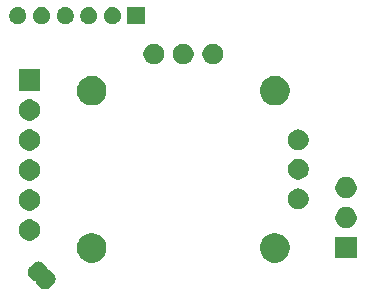
<source format=gbr>
G04 #@! TF.GenerationSoftware,KiCad,Pcbnew,(5.1.6-0-10_14)*
G04 #@! TF.CreationDate,2020-11-17T18:44:15+01:00*
G04 #@! TF.ProjectId,ProStick64_PCB_v6,50726f53-7469-4636-9b36-345f5043425f,rev?*
G04 #@! TF.SameCoordinates,Original*
G04 #@! TF.FileFunction,Soldermask,Top*
G04 #@! TF.FilePolarity,Negative*
%FSLAX46Y46*%
G04 Gerber Fmt 4.6, Leading zero omitted, Abs format (unit mm)*
G04 Created by KiCad (PCBNEW (5.1.6-0-10_14)) date 2020-11-17 18:44:15*
%MOMM*%
%LPD*%
G01*
G04 APERTURE LIST*
%ADD10C,0.100000*%
G04 APERTURE END LIST*
D10*
G36*
X133822686Y-82856735D02*
G01*
X133906772Y-82873461D01*
X133912679Y-82875253D01*
X133912680Y-82875253D01*
X133922294Y-82878169D01*
X133922297Y-82878170D01*
X133928194Y-82879959D01*
X134007413Y-82912774D01*
X134012845Y-82915677D01*
X134012849Y-82915679D01*
X134016971Y-82917883D01*
X134027146Y-82923321D01*
X134098438Y-82970957D01*
X134103206Y-82974870D01*
X134110973Y-82981243D01*
X134110977Y-82981247D01*
X134115744Y-82985159D01*
X134128763Y-82998179D01*
X134137859Y-83006423D01*
X134152096Y-83018106D01*
X134496968Y-83362978D01*
X134507255Y-83375513D01*
X134511993Y-83384377D01*
X134514908Y-83393986D01*
X134515892Y-83403985D01*
X134514316Y-83419995D01*
X134511882Y-83432228D01*
X134511882Y-83456733D01*
X134516662Y-83480766D01*
X134526039Y-83503405D01*
X134539652Y-83523780D01*
X134556979Y-83541107D01*
X134577353Y-83554721D01*
X134599991Y-83564099D01*
X134624024Y-83568880D01*
X134648529Y-83568880D01*
X134660762Y-83566447D01*
X134676777Y-83564870D01*
X134686776Y-83565854D01*
X134696385Y-83568769D01*
X134705249Y-83573507D01*
X134717784Y-83583794D01*
X135062656Y-83928666D01*
X135074339Y-83942903D01*
X135082583Y-83951999D01*
X135095603Y-83965018D01*
X135099515Y-83969785D01*
X135099519Y-83969789D01*
X135104584Y-83975962D01*
X135109805Y-83982324D01*
X135157441Y-84053616D01*
X135167988Y-84073349D01*
X135200803Y-84152568D01*
X135207301Y-84173990D01*
X135224027Y-84258076D01*
X135226221Y-84280355D01*
X135226221Y-84366091D01*
X135224027Y-84388370D01*
X135207301Y-84472457D01*
X135200803Y-84493881D01*
X135167991Y-84573093D01*
X135157439Y-84592835D01*
X135109805Y-84664123D01*
X135095608Y-84681423D01*
X135082578Y-84694453D01*
X135074338Y-84703545D01*
X135062653Y-84717784D01*
X134717784Y-85062653D01*
X134703545Y-85074338D01*
X134694453Y-85082578D01*
X134681423Y-85095608D01*
X134664123Y-85109805D01*
X134592835Y-85157439D01*
X134573093Y-85167991D01*
X134493881Y-85200803D01*
X134472457Y-85207301D01*
X134388370Y-85224027D01*
X134366091Y-85226221D01*
X134280355Y-85226221D01*
X134258076Y-85224027D01*
X134173990Y-85207301D01*
X134168082Y-85205509D01*
X134158468Y-85202593D01*
X134158465Y-85202592D01*
X134152568Y-85200803D01*
X134073349Y-85167988D01*
X134067917Y-85165085D01*
X134067913Y-85165083D01*
X134063791Y-85162879D01*
X134053616Y-85157441D01*
X133982324Y-85109805D01*
X133975962Y-85104584D01*
X133969789Y-85099519D01*
X133969785Y-85099515D01*
X133965018Y-85095603D01*
X133951999Y-85082583D01*
X133942903Y-85074339D01*
X133928666Y-85062656D01*
X133583794Y-84717784D01*
X133573507Y-84705249D01*
X133568769Y-84696385D01*
X133565854Y-84686776D01*
X133564870Y-84676777D01*
X133566446Y-84660767D01*
X133568880Y-84648534D01*
X133568880Y-84624029D01*
X133564100Y-84599996D01*
X133554723Y-84577357D01*
X133541110Y-84556982D01*
X133523783Y-84539655D01*
X133503409Y-84526041D01*
X133480771Y-84516663D01*
X133456738Y-84511882D01*
X133432233Y-84511882D01*
X133420000Y-84514315D01*
X133403985Y-84515892D01*
X133393986Y-84514908D01*
X133384377Y-84511993D01*
X133375513Y-84507255D01*
X133362978Y-84496968D01*
X133018106Y-84152096D01*
X133006423Y-84137859D01*
X132998179Y-84128763D01*
X132985159Y-84115744D01*
X132981247Y-84110977D01*
X132981243Y-84110973D01*
X132974870Y-84103206D01*
X132970957Y-84098438D01*
X132923321Y-84027146D01*
X132912774Y-84007413D01*
X132879959Y-83928194D01*
X132873461Y-83906772D01*
X132856735Y-83822686D01*
X132854541Y-83800407D01*
X132854541Y-83714671D01*
X132856735Y-83692392D01*
X132873461Y-83608305D01*
X132879959Y-83586881D01*
X132912771Y-83507669D01*
X132923323Y-83487927D01*
X132970957Y-83416639D01*
X132985154Y-83399339D01*
X132998184Y-83386309D01*
X133006424Y-83377217D01*
X133018109Y-83362978D01*
X133362978Y-83018109D01*
X133377217Y-83006424D01*
X133386309Y-82998184D01*
X133399339Y-82985154D01*
X133416639Y-82970957D01*
X133487927Y-82923323D01*
X133507669Y-82912771D01*
X133586881Y-82879959D01*
X133608305Y-82873461D01*
X133692392Y-82856735D01*
X133714671Y-82854541D01*
X133800407Y-82854541D01*
X133822686Y-82856735D01*
G37*
G36*
X154139903Y-80506075D02*
G01*
X154367571Y-80600378D01*
X154572466Y-80737285D01*
X154746715Y-80911534D01*
X154883622Y-81116429D01*
X154977925Y-81344097D01*
X155026000Y-81585787D01*
X155026000Y-81832213D01*
X154977925Y-82073903D01*
X154883622Y-82301571D01*
X154746715Y-82506466D01*
X154572466Y-82680715D01*
X154367571Y-82817622D01*
X154367570Y-82817623D01*
X154367569Y-82817623D01*
X154139903Y-82911925D01*
X153898214Y-82960000D01*
X153651786Y-82960000D01*
X153410097Y-82911925D01*
X153182431Y-82817623D01*
X153182430Y-82817623D01*
X153182429Y-82817622D01*
X152977534Y-82680715D01*
X152803285Y-82506466D01*
X152666378Y-82301571D01*
X152572075Y-82073903D01*
X152524000Y-81832213D01*
X152524000Y-81585787D01*
X152572075Y-81344097D01*
X152666378Y-81116429D01*
X152803285Y-80911534D01*
X152977534Y-80737285D01*
X153182429Y-80600378D01*
X153410097Y-80506075D01*
X153651786Y-80458000D01*
X153898214Y-80458000D01*
X154139903Y-80506075D01*
G37*
G36*
X138639903Y-80506075D02*
G01*
X138867571Y-80600378D01*
X139072466Y-80737285D01*
X139246715Y-80911534D01*
X139383622Y-81116429D01*
X139477925Y-81344097D01*
X139526000Y-81585787D01*
X139526000Y-81832213D01*
X139477925Y-82073903D01*
X139383622Y-82301571D01*
X139246715Y-82506466D01*
X139072466Y-82680715D01*
X138867571Y-82817622D01*
X138867570Y-82817623D01*
X138867569Y-82817623D01*
X138639903Y-82911925D01*
X138398214Y-82960000D01*
X138151786Y-82960000D01*
X137910097Y-82911925D01*
X137682431Y-82817623D01*
X137682430Y-82817623D01*
X137682429Y-82817622D01*
X137477534Y-82680715D01*
X137303285Y-82506466D01*
X137166378Y-82301571D01*
X137072075Y-82073903D01*
X137024000Y-81832213D01*
X137024000Y-81585787D01*
X137072075Y-81344097D01*
X137166378Y-81116429D01*
X137303285Y-80911534D01*
X137477534Y-80737285D01*
X137682429Y-80600378D01*
X137910097Y-80506075D01*
X138151786Y-80458000D01*
X138398214Y-80458000D01*
X138639903Y-80506075D01*
G37*
G36*
X160701000Y-82601000D02*
G01*
X158899000Y-82601000D01*
X158899000Y-80799000D01*
X160701000Y-80799000D01*
X160701000Y-82601000D01*
G37*
G36*
X133113512Y-79303927D02*
G01*
X133262812Y-79333624D01*
X133426784Y-79401544D01*
X133574354Y-79500147D01*
X133699853Y-79625646D01*
X133798456Y-79773216D01*
X133866376Y-79937188D01*
X133901000Y-80111259D01*
X133901000Y-80288741D01*
X133866376Y-80462812D01*
X133798456Y-80626784D01*
X133699853Y-80774354D01*
X133574354Y-80899853D01*
X133426784Y-80998456D01*
X133262812Y-81066376D01*
X133113512Y-81096073D01*
X133088742Y-81101000D01*
X132911258Y-81101000D01*
X132886488Y-81096073D01*
X132737188Y-81066376D01*
X132573216Y-80998456D01*
X132425646Y-80899853D01*
X132300147Y-80774354D01*
X132201544Y-80626784D01*
X132133624Y-80462812D01*
X132099000Y-80288741D01*
X132099000Y-80111259D01*
X132133624Y-79937188D01*
X132201544Y-79773216D01*
X132300147Y-79625646D01*
X132425646Y-79500147D01*
X132573216Y-79401544D01*
X132737188Y-79333624D01*
X132886488Y-79303927D01*
X132911258Y-79299000D01*
X133088742Y-79299000D01*
X133113512Y-79303927D01*
G37*
G36*
X159913512Y-78263927D02*
G01*
X160062812Y-78293624D01*
X160226784Y-78361544D01*
X160374354Y-78460147D01*
X160499853Y-78585646D01*
X160598456Y-78733216D01*
X160666376Y-78897188D01*
X160701000Y-79071259D01*
X160701000Y-79248741D01*
X160666376Y-79422812D01*
X160598456Y-79586784D01*
X160499853Y-79734354D01*
X160374354Y-79859853D01*
X160226784Y-79958456D01*
X160062812Y-80026376D01*
X159913512Y-80056073D01*
X159888742Y-80061000D01*
X159711258Y-80061000D01*
X159686488Y-80056073D01*
X159537188Y-80026376D01*
X159373216Y-79958456D01*
X159225646Y-79859853D01*
X159100147Y-79734354D01*
X159001544Y-79586784D01*
X158933624Y-79422812D01*
X158899000Y-79248741D01*
X158899000Y-79071259D01*
X158933624Y-78897188D01*
X159001544Y-78733216D01*
X159100147Y-78585646D01*
X159225646Y-78460147D01*
X159373216Y-78361544D01*
X159537188Y-78293624D01*
X159686488Y-78263927D01*
X159711258Y-78259000D01*
X159888742Y-78259000D01*
X159913512Y-78263927D01*
G37*
G36*
X133113512Y-76763927D02*
G01*
X133262812Y-76793624D01*
X133426784Y-76861544D01*
X133574354Y-76960147D01*
X133699853Y-77085646D01*
X133798456Y-77233216D01*
X133866376Y-77397188D01*
X133901000Y-77571259D01*
X133901000Y-77748741D01*
X133866376Y-77922812D01*
X133798456Y-78086784D01*
X133699853Y-78234354D01*
X133574354Y-78359853D01*
X133426784Y-78458456D01*
X133262812Y-78526376D01*
X133113512Y-78556073D01*
X133088742Y-78561000D01*
X132911258Y-78561000D01*
X132886488Y-78556073D01*
X132737188Y-78526376D01*
X132573216Y-78458456D01*
X132425646Y-78359853D01*
X132300147Y-78234354D01*
X132201544Y-78086784D01*
X132133624Y-77922812D01*
X132099000Y-77748741D01*
X132099000Y-77571259D01*
X132133624Y-77397188D01*
X132201544Y-77233216D01*
X132300147Y-77085646D01*
X132425646Y-76960147D01*
X132573216Y-76861544D01*
X132737188Y-76793624D01*
X132886488Y-76763927D01*
X132911258Y-76759000D01*
X133088742Y-76759000D01*
X133113512Y-76763927D01*
G37*
G36*
X155945899Y-76699832D02*
G01*
X156030520Y-76716664D01*
X156189942Y-76782699D01*
X156333418Y-76878566D01*
X156455434Y-77000582D01*
X156551301Y-77144058D01*
X156617336Y-77303480D01*
X156651000Y-77472721D01*
X156651000Y-77645279D01*
X156617336Y-77814520D01*
X156551301Y-77973942D01*
X156455434Y-78117418D01*
X156333418Y-78239434D01*
X156189942Y-78335301D01*
X156030520Y-78401336D01*
X155945899Y-78418168D01*
X155861280Y-78435000D01*
X155688720Y-78435000D01*
X155604101Y-78418168D01*
X155519480Y-78401336D01*
X155360058Y-78335301D01*
X155216582Y-78239434D01*
X155094566Y-78117418D01*
X154998699Y-77973942D01*
X154932664Y-77814520D01*
X154899000Y-77645279D01*
X154899000Y-77472721D01*
X154932664Y-77303480D01*
X154998699Y-77144058D01*
X155094566Y-77000582D01*
X155216582Y-76878566D01*
X155360058Y-76782699D01*
X155519480Y-76716664D01*
X155604101Y-76699832D01*
X155688720Y-76683000D01*
X155861280Y-76683000D01*
X155945899Y-76699832D01*
G37*
G36*
X159913512Y-75723927D02*
G01*
X160062812Y-75753624D01*
X160226784Y-75821544D01*
X160374354Y-75920147D01*
X160499853Y-76045646D01*
X160598456Y-76193216D01*
X160666376Y-76357188D01*
X160701000Y-76531259D01*
X160701000Y-76708741D01*
X160666376Y-76882812D01*
X160598456Y-77046784D01*
X160499853Y-77194354D01*
X160374354Y-77319853D01*
X160226784Y-77418456D01*
X160062812Y-77486376D01*
X159913512Y-77516073D01*
X159888742Y-77521000D01*
X159711258Y-77521000D01*
X159686488Y-77516073D01*
X159537188Y-77486376D01*
X159373216Y-77418456D01*
X159225646Y-77319853D01*
X159100147Y-77194354D01*
X159001544Y-77046784D01*
X158933624Y-76882812D01*
X158899000Y-76708741D01*
X158899000Y-76531259D01*
X158933624Y-76357188D01*
X159001544Y-76193216D01*
X159100147Y-76045646D01*
X159225646Y-75920147D01*
X159373216Y-75821544D01*
X159537188Y-75753624D01*
X159686488Y-75723927D01*
X159711258Y-75719000D01*
X159888742Y-75719000D01*
X159913512Y-75723927D01*
G37*
G36*
X133113512Y-74223927D02*
G01*
X133262812Y-74253624D01*
X133426784Y-74321544D01*
X133574354Y-74420147D01*
X133699853Y-74545646D01*
X133798456Y-74693216D01*
X133866376Y-74857188D01*
X133901000Y-75031259D01*
X133901000Y-75208741D01*
X133866376Y-75382812D01*
X133798456Y-75546784D01*
X133699853Y-75694354D01*
X133574354Y-75819853D01*
X133426784Y-75918456D01*
X133262812Y-75986376D01*
X133113512Y-76016073D01*
X133088742Y-76021000D01*
X132911258Y-76021000D01*
X132886488Y-76016073D01*
X132737188Y-75986376D01*
X132573216Y-75918456D01*
X132425646Y-75819853D01*
X132300147Y-75694354D01*
X132201544Y-75546784D01*
X132133624Y-75382812D01*
X132099000Y-75208741D01*
X132099000Y-75031259D01*
X132133624Y-74857188D01*
X132201544Y-74693216D01*
X132300147Y-74545646D01*
X132425646Y-74420147D01*
X132573216Y-74321544D01*
X132737188Y-74253624D01*
X132886488Y-74223927D01*
X132911258Y-74219000D01*
X133088742Y-74219000D01*
X133113512Y-74223927D01*
G37*
G36*
X156030520Y-74216664D02*
G01*
X156189942Y-74282699D01*
X156333418Y-74378566D01*
X156455434Y-74500582D01*
X156551301Y-74644058D01*
X156617336Y-74803480D01*
X156617336Y-74803481D01*
X156651000Y-74972720D01*
X156651000Y-75145280D01*
X156617336Y-75314520D01*
X156551301Y-75473942D01*
X156455434Y-75617418D01*
X156333418Y-75739434D01*
X156189942Y-75835301D01*
X156030520Y-75901336D01*
X155861280Y-75935000D01*
X155688720Y-75935000D01*
X155519480Y-75901336D01*
X155360058Y-75835301D01*
X155216582Y-75739434D01*
X155094566Y-75617418D01*
X154998699Y-75473942D01*
X154932664Y-75314520D01*
X154899000Y-75145280D01*
X154899000Y-74972720D01*
X154932664Y-74803481D01*
X154932664Y-74803480D01*
X154998699Y-74644058D01*
X155094566Y-74500582D01*
X155216582Y-74378566D01*
X155360058Y-74282699D01*
X155519480Y-74216664D01*
X155688720Y-74183000D01*
X155861280Y-74183000D01*
X156030520Y-74216664D01*
G37*
G36*
X133108851Y-71683000D02*
G01*
X133262812Y-71713624D01*
X133426784Y-71781544D01*
X133574354Y-71880147D01*
X133699853Y-72005646D01*
X133798456Y-72153216D01*
X133866376Y-72317188D01*
X133896073Y-72466488D01*
X133897313Y-72472720D01*
X133901000Y-72491259D01*
X133901000Y-72668741D01*
X133866376Y-72842812D01*
X133798456Y-73006784D01*
X133699853Y-73154354D01*
X133574354Y-73279853D01*
X133426784Y-73378456D01*
X133262812Y-73446376D01*
X133113512Y-73476073D01*
X133088742Y-73481000D01*
X132911258Y-73481000D01*
X132886488Y-73476073D01*
X132737188Y-73446376D01*
X132573216Y-73378456D01*
X132425646Y-73279853D01*
X132300147Y-73154354D01*
X132201544Y-73006784D01*
X132133624Y-72842812D01*
X132099000Y-72668741D01*
X132099000Y-72491259D01*
X132102688Y-72472720D01*
X132103927Y-72466488D01*
X132133624Y-72317188D01*
X132201544Y-72153216D01*
X132300147Y-72005646D01*
X132425646Y-71880147D01*
X132573216Y-71781544D01*
X132737188Y-71713624D01*
X132891149Y-71683000D01*
X132911258Y-71679000D01*
X133088742Y-71679000D01*
X133108851Y-71683000D01*
G37*
G36*
X155945899Y-71699832D02*
G01*
X156030520Y-71716664D01*
X156189942Y-71782699D01*
X156333418Y-71878566D01*
X156455434Y-72000582D01*
X156551301Y-72144058D01*
X156617336Y-72303480D01*
X156651000Y-72472721D01*
X156651000Y-72645279D01*
X156617336Y-72814520D01*
X156551301Y-72973942D01*
X156455434Y-73117418D01*
X156333418Y-73239434D01*
X156189942Y-73335301D01*
X156030520Y-73401336D01*
X155945899Y-73418168D01*
X155861280Y-73435000D01*
X155688720Y-73435000D01*
X155604101Y-73418168D01*
X155519480Y-73401336D01*
X155360058Y-73335301D01*
X155216582Y-73239434D01*
X155094566Y-73117418D01*
X154998699Y-72973942D01*
X154932664Y-72814520D01*
X154899000Y-72645279D01*
X154899000Y-72472721D01*
X154932664Y-72303480D01*
X154998699Y-72144058D01*
X155094566Y-72000582D01*
X155216582Y-71878566D01*
X155360058Y-71782699D01*
X155519480Y-71716664D01*
X155604101Y-71699832D01*
X155688720Y-71683000D01*
X155861280Y-71683000D01*
X155945899Y-71699832D01*
G37*
G36*
X133113512Y-69143927D02*
G01*
X133262812Y-69173624D01*
X133426784Y-69241544D01*
X133574354Y-69340147D01*
X133699853Y-69465646D01*
X133798456Y-69613216D01*
X133866376Y-69777188D01*
X133901000Y-69951259D01*
X133901000Y-70128741D01*
X133866376Y-70302812D01*
X133798456Y-70466784D01*
X133699853Y-70614354D01*
X133574354Y-70739853D01*
X133426784Y-70838456D01*
X133262812Y-70906376D01*
X133113512Y-70936073D01*
X133088742Y-70941000D01*
X132911258Y-70941000D01*
X132886488Y-70936073D01*
X132737188Y-70906376D01*
X132573216Y-70838456D01*
X132425646Y-70739853D01*
X132300147Y-70614354D01*
X132201544Y-70466784D01*
X132133624Y-70302812D01*
X132099000Y-70128741D01*
X132099000Y-69951259D01*
X132133624Y-69777188D01*
X132201544Y-69613216D01*
X132300147Y-69465646D01*
X132425646Y-69340147D01*
X132573216Y-69241544D01*
X132737188Y-69173624D01*
X132886488Y-69143927D01*
X132911258Y-69139000D01*
X133088742Y-69139000D01*
X133113512Y-69143927D01*
G37*
G36*
X138639903Y-67206075D02*
G01*
X138867571Y-67300378D01*
X139072466Y-67437285D01*
X139246715Y-67611534D01*
X139383622Y-67816429D01*
X139477925Y-68044097D01*
X139526000Y-68285787D01*
X139526000Y-68532213D01*
X139477925Y-68773903D01*
X139383622Y-69001571D01*
X139246715Y-69206466D01*
X139072466Y-69380715D01*
X138867571Y-69517622D01*
X138867570Y-69517623D01*
X138867569Y-69517623D01*
X138639903Y-69611925D01*
X138398214Y-69660000D01*
X138151786Y-69660000D01*
X137910097Y-69611925D01*
X137682431Y-69517623D01*
X137682430Y-69517623D01*
X137682429Y-69517622D01*
X137477534Y-69380715D01*
X137303285Y-69206466D01*
X137166378Y-69001571D01*
X137072075Y-68773903D01*
X137024000Y-68532213D01*
X137024000Y-68285787D01*
X137072075Y-68044097D01*
X137166378Y-67816429D01*
X137303285Y-67611534D01*
X137477534Y-67437285D01*
X137682429Y-67300378D01*
X137910097Y-67206075D01*
X138151786Y-67158000D01*
X138398214Y-67158000D01*
X138639903Y-67206075D01*
G37*
G36*
X154139903Y-67206075D02*
G01*
X154367571Y-67300378D01*
X154572466Y-67437285D01*
X154746715Y-67611534D01*
X154883622Y-67816429D01*
X154977925Y-68044097D01*
X155026000Y-68285787D01*
X155026000Y-68532213D01*
X154977925Y-68773903D01*
X154883622Y-69001571D01*
X154746715Y-69206466D01*
X154572466Y-69380715D01*
X154367571Y-69517622D01*
X154367570Y-69517623D01*
X154367569Y-69517623D01*
X154139903Y-69611925D01*
X153898214Y-69660000D01*
X153651786Y-69660000D01*
X153410097Y-69611925D01*
X153182431Y-69517623D01*
X153182430Y-69517623D01*
X153182429Y-69517622D01*
X152977534Y-69380715D01*
X152803285Y-69206466D01*
X152666378Y-69001571D01*
X152572075Y-68773903D01*
X152524000Y-68532213D01*
X152524000Y-68285787D01*
X152572075Y-68044097D01*
X152666378Y-67816429D01*
X152803285Y-67611534D01*
X152977534Y-67437285D01*
X153182429Y-67300378D01*
X153410097Y-67206075D01*
X153651786Y-67158000D01*
X153898214Y-67158000D01*
X154139903Y-67206075D01*
G37*
G36*
X133901000Y-68401000D02*
G01*
X132099000Y-68401000D01*
X132099000Y-66599000D01*
X133901000Y-66599000D01*
X133901000Y-68401000D01*
G37*
G36*
X146195899Y-64449832D02*
G01*
X146280520Y-64466664D01*
X146439942Y-64532699D01*
X146583418Y-64628566D01*
X146705434Y-64750582D01*
X146801301Y-64894058D01*
X146867336Y-65053480D01*
X146901000Y-65222721D01*
X146901000Y-65395279D01*
X146867336Y-65564520D01*
X146801301Y-65723942D01*
X146705434Y-65867418D01*
X146583418Y-65989434D01*
X146439942Y-66085301D01*
X146280520Y-66151336D01*
X146195899Y-66168168D01*
X146111280Y-66185000D01*
X145938720Y-66185000D01*
X145854101Y-66168168D01*
X145769480Y-66151336D01*
X145610058Y-66085301D01*
X145466582Y-65989434D01*
X145344566Y-65867418D01*
X145248699Y-65723942D01*
X145182664Y-65564520D01*
X145149000Y-65395279D01*
X145149000Y-65222721D01*
X145182664Y-65053480D01*
X145248699Y-64894058D01*
X145344566Y-64750582D01*
X145466582Y-64628566D01*
X145610058Y-64532699D01*
X145769480Y-64466664D01*
X145854101Y-64449832D01*
X145938720Y-64433000D01*
X146111280Y-64433000D01*
X146195899Y-64449832D01*
G37*
G36*
X148695899Y-64449832D02*
G01*
X148780520Y-64466664D01*
X148939942Y-64532699D01*
X149083418Y-64628566D01*
X149205434Y-64750582D01*
X149301301Y-64894058D01*
X149367336Y-65053480D01*
X149401000Y-65222721D01*
X149401000Y-65395279D01*
X149367336Y-65564520D01*
X149301301Y-65723942D01*
X149205434Y-65867418D01*
X149083418Y-65989434D01*
X148939942Y-66085301D01*
X148780520Y-66151336D01*
X148695899Y-66168168D01*
X148611280Y-66185000D01*
X148438720Y-66185000D01*
X148354101Y-66168168D01*
X148269480Y-66151336D01*
X148110058Y-66085301D01*
X147966582Y-65989434D01*
X147844566Y-65867418D01*
X147748699Y-65723942D01*
X147682664Y-65564520D01*
X147649000Y-65395279D01*
X147649000Y-65222721D01*
X147682664Y-65053480D01*
X147748699Y-64894058D01*
X147844566Y-64750582D01*
X147966582Y-64628566D01*
X148110058Y-64532699D01*
X148269480Y-64466664D01*
X148354101Y-64449832D01*
X148438720Y-64433000D01*
X148611280Y-64433000D01*
X148695899Y-64449832D01*
G37*
G36*
X143695899Y-64449832D02*
G01*
X143780520Y-64466664D01*
X143939942Y-64532699D01*
X144083418Y-64628566D01*
X144205434Y-64750582D01*
X144301301Y-64894058D01*
X144367336Y-65053480D01*
X144401000Y-65222721D01*
X144401000Y-65395279D01*
X144367336Y-65564520D01*
X144301301Y-65723942D01*
X144205434Y-65867418D01*
X144083418Y-65989434D01*
X143939942Y-66085301D01*
X143780520Y-66151336D01*
X143695899Y-66168168D01*
X143611280Y-66185000D01*
X143438720Y-66185000D01*
X143354101Y-66168168D01*
X143269480Y-66151336D01*
X143110058Y-66085301D01*
X142966582Y-65989434D01*
X142844566Y-65867418D01*
X142748699Y-65723942D01*
X142682664Y-65564520D01*
X142649000Y-65395279D01*
X142649000Y-65222721D01*
X142682664Y-65053480D01*
X142748699Y-64894058D01*
X142844566Y-64750582D01*
X142966582Y-64628566D01*
X143110058Y-64532699D01*
X143269480Y-64466664D01*
X143354101Y-64449832D01*
X143438720Y-64433000D01*
X143611280Y-64433000D01*
X143695899Y-64449832D01*
G37*
G36*
X132236766Y-61360899D02*
G01*
X132368888Y-61415626D01*
X132368890Y-61415627D01*
X132487798Y-61495079D01*
X132588921Y-61596202D01*
X132588922Y-61596204D01*
X132668374Y-61715112D01*
X132723101Y-61847234D01*
X132751000Y-61987494D01*
X132751000Y-62130506D01*
X132723101Y-62270766D01*
X132668374Y-62402888D01*
X132668373Y-62402890D01*
X132588921Y-62521798D01*
X132487798Y-62622921D01*
X132368890Y-62702373D01*
X132368889Y-62702374D01*
X132368888Y-62702374D01*
X132236766Y-62757101D01*
X132096506Y-62785000D01*
X131953494Y-62785000D01*
X131813234Y-62757101D01*
X131681112Y-62702374D01*
X131681111Y-62702374D01*
X131681110Y-62702373D01*
X131562202Y-62622921D01*
X131461079Y-62521798D01*
X131381627Y-62402890D01*
X131381626Y-62402888D01*
X131326899Y-62270766D01*
X131299000Y-62130506D01*
X131299000Y-61987494D01*
X131326899Y-61847234D01*
X131381626Y-61715112D01*
X131461078Y-61596204D01*
X131461079Y-61596202D01*
X131562202Y-61495079D01*
X131681110Y-61415627D01*
X131681112Y-61415626D01*
X131813234Y-61360899D01*
X131953494Y-61333000D01*
X132096506Y-61333000D01*
X132236766Y-61360899D01*
G37*
G36*
X134236766Y-61360899D02*
G01*
X134368888Y-61415626D01*
X134368890Y-61415627D01*
X134487798Y-61495079D01*
X134588921Y-61596202D01*
X134588922Y-61596204D01*
X134668374Y-61715112D01*
X134723101Y-61847234D01*
X134751000Y-61987494D01*
X134751000Y-62130506D01*
X134723101Y-62270766D01*
X134668374Y-62402888D01*
X134668373Y-62402890D01*
X134588921Y-62521798D01*
X134487798Y-62622921D01*
X134368890Y-62702373D01*
X134368889Y-62702374D01*
X134368888Y-62702374D01*
X134236766Y-62757101D01*
X134096506Y-62785000D01*
X133953494Y-62785000D01*
X133813234Y-62757101D01*
X133681112Y-62702374D01*
X133681111Y-62702374D01*
X133681110Y-62702373D01*
X133562202Y-62622921D01*
X133461079Y-62521798D01*
X133381627Y-62402890D01*
X133381626Y-62402888D01*
X133326899Y-62270766D01*
X133299000Y-62130506D01*
X133299000Y-61987494D01*
X133326899Y-61847234D01*
X133381626Y-61715112D01*
X133461078Y-61596204D01*
X133461079Y-61596202D01*
X133562202Y-61495079D01*
X133681110Y-61415627D01*
X133681112Y-61415626D01*
X133813234Y-61360899D01*
X133953494Y-61333000D01*
X134096506Y-61333000D01*
X134236766Y-61360899D01*
G37*
G36*
X136236766Y-61360899D02*
G01*
X136368888Y-61415626D01*
X136368890Y-61415627D01*
X136487798Y-61495079D01*
X136588921Y-61596202D01*
X136588922Y-61596204D01*
X136668374Y-61715112D01*
X136723101Y-61847234D01*
X136751000Y-61987494D01*
X136751000Y-62130506D01*
X136723101Y-62270766D01*
X136668374Y-62402888D01*
X136668373Y-62402890D01*
X136588921Y-62521798D01*
X136487798Y-62622921D01*
X136368890Y-62702373D01*
X136368889Y-62702374D01*
X136368888Y-62702374D01*
X136236766Y-62757101D01*
X136096506Y-62785000D01*
X135953494Y-62785000D01*
X135813234Y-62757101D01*
X135681112Y-62702374D01*
X135681111Y-62702374D01*
X135681110Y-62702373D01*
X135562202Y-62622921D01*
X135461079Y-62521798D01*
X135381627Y-62402890D01*
X135381626Y-62402888D01*
X135326899Y-62270766D01*
X135299000Y-62130506D01*
X135299000Y-61987494D01*
X135326899Y-61847234D01*
X135381626Y-61715112D01*
X135461078Y-61596204D01*
X135461079Y-61596202D01*
X135562202Y-61495079D01*
X135681110Y-61415627D01*
X135681112Y-61415626D01*
X135813234Y-61360899D01*
X135953494Y-61333000D01*
X136096506Y-61333000D01*
X136236766Y-61360899D01*
G37*
G36*
X138236766Y-61360899D02*
G01*
X138368888Y-61415626D01*
X138368890Y-61415627D01*
X138487798Y-61495079D01*
X138588921Y-61596202D01*
X138588922Y-61596204D01*
X138668374Y-61715112D01*
X138723101Y-61847234D01*
X138751000Y-61987494D01*
X138751000Y-62130506D01*
X138723101Y-62270766D01*
X138668374Y-62402888D01*
X138668373Y-62402890D01*
X138588921Y-62521798D01*
X138487798Y-62622921D01*
X138368890Y-62702373D01*
X138368889Y-62702374D01*
X138368888Y-62702374D01*
X138236766Y-62757101D01*
X138096506Y-62785000D01*
X137953494Y-62785000D01*
X137813234Y-62757101D01*
X137681112Y-62702374D01*
X137681111Y-62702374D01*
X137681110Y-62702373D01*
X137562202Y-62622921D01*
X137461079Y-62521798D01*
X137381627Y-62402890D01*
X137381626Y-62402888D01*
X137326899Y-62270766D01*
X137299000Y-62130506D01*
X137299000Y-61987494D01*
X137326899Y-61847234D01*
X137381626Y-61715112D01*
X137461078Y-61596204D01*
X137461079Y-61596202D01*
X137562202Y-61495079D01*
X137681110Y-61415627D01*
X137681112Y-61415626D01*
X137813234Y-61360899D01*
X137953494Y-61333000D01*
X138096506Y-61333000D01*
X138236766Y-61360899D01*
G37*
G36*
X140236766Y-61360899D02*
G01*
X140368888Y-61415626D01*
X140368890Y-61415627D01*
X140487798Y-61495079D01*
X140588921Y-61596202D01*
X140588922Y-61596204D01*
X140668374Y-61715112D01*
X140723101Y-61847234D01*
X140751000Y-61987494D01*
X140751000Y-62130506D01*
X140723101Y-62270766D01*
X140668374Y-62402888D01*
X140668373Y-62402890D01*
X140588921Y-62521798D01*
X140487798Y-62622921D01*
X140368890Y-62702373D01*
X140368889Y-62702374D01*
X140368888Y-62702374D01*
X140236766Y-62757101D01*
X140096506Y-62785000D01*
X139953494Y-62785000D01*
X139813234Y-62757101D01*
X139681112Y-62702374D01*
X139681111Y-62702374D01*
X139681110Y-62702373D01*
X139562202Y-62622921D01*
X139461079Y-62521798D01*
X139381627Y-62402890D01*
X139381626Y-62402888D01*
X139326899Y-62270766D01*
X139299000Y-62130506D01*
X139299000Y-61987494D01*
X139326899Y-61847234D01*
X139381626Y-61715112D01*
X139461078Y-61596204D01*
X139461079Y-61596202D01*
X139562202Y-61495079D01*
X139681110Y-61415627D01*
X139681112Y-61415626D01*
X139813234Y-61360899D01*
X139953494Y-61333000D01*
X140096506Y-61333000D01*
X140236766Y-61360899D01*
G37*
G36*
X142751000Y-62785000D02*
G01*
X141299000Y-62785000D01*
X141299000Y-61333000D01*
X142751000Y-61333000D01*
X142751000Y-62785000D01*
G37*
M02*

</source>
